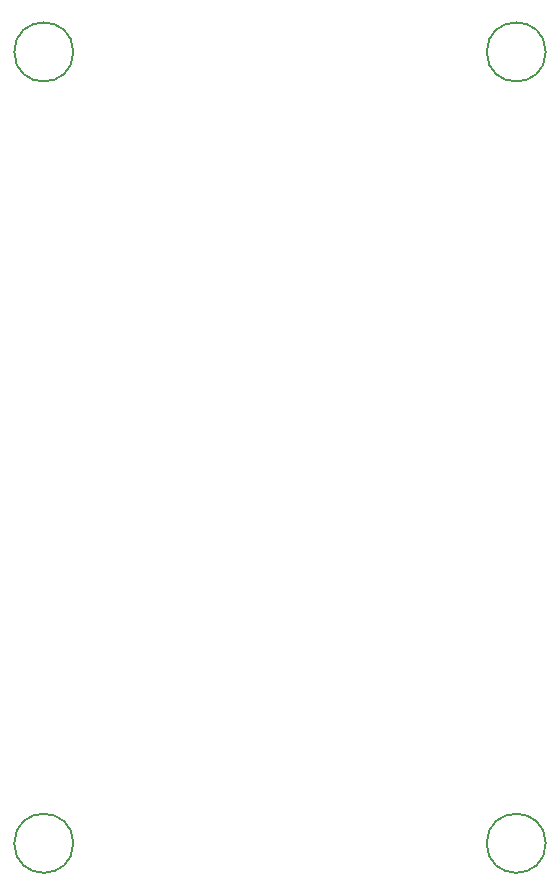
<source format=gbr>
%TF.GenerationSoftware,KiCad,Pcbnew,7.0.8*%
%TF.CreationDate,2025-03-27T12:51:53-03:00*%
%TF.ProjectId,on_off_module_x1,6f6e5f6f-6666-45f6-9d6f-64756c655f78,2.0*%
%TF.SameCoordinates,Original*%
%TF.FileFunction,Other,Comment*%
%FSLAX46Y46*%
G04 Gerber Fmt 4.6, Leading zero omitted, Abs format (unit mm)*
G04 Created by KiCad (PCBNEW 7.0.8) date 2025-03-27 12:51:53*
%MOMM*%
%LPD*%
G01*
G04 APERTURE LIST*
%ADD10C,0.150000*%
G04 APERTURE END LIST*
D10*
%TO.C,REF\u002A\u002A*%
X131033000Y-68035001D02*
G75*
G03*
X131033000Y-68035001I-2500000J0D01*
G01*
X171033000Y-135035001D02*
G75*
G03*
X171033000Y-135035001I-2500000J0D01*
G01*
X131033000Y-135035001D02*
G75*
G03*
X131033000Y-135035001I-2500000J0D01*
G01*
X171033000Y-68035001D02*
G75*
G03*
X171033000Y-68035001I-2500000J0D01*
G01*
%TD*%
M02*

</source>
